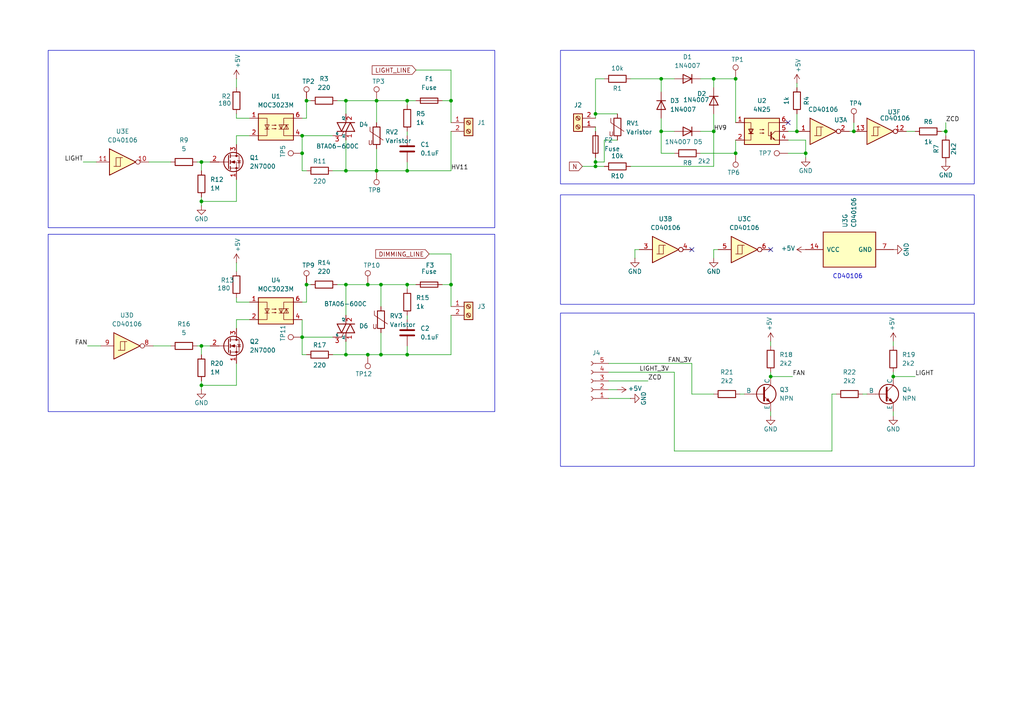
<source format=kicad_sch>
(kicad_sch (version 20250114) (generator "eeschema") (generator_version "9.0")
  (paper "A4")
  (title_block (title "Dimmer PCB") (date "2025-12-28") (rev "V0"))
  (lib_symbols
    (symbol "74xx:74HC14" (pin_names (offset 1.016))
      (property "Reference" "U" (at 0 1.27 0))
      (property "Value" "74HC14" (at 0 -1.27 0))
      (symbol "74HC14_1_0"
        (pin input line (at -7.62 0 0) (length 3.81) (name "~") (number "1"))
        (pin output inverted (at 7.62 0 180) (length 3.81) (name "~") (number "2"))
      )
      (symbol "74HC14_2_0"
        (pin input line (at -7.62 0 0) (length 3.81) (name "~") (number "3"))
        (pin output inverted (at 7.62 0 180) (length 3.81) (name "~") (number "4"))
      )
      (symbol "74HC14_3_0"
        (pin input line (at -7.62 0 0) (length 3.81) (name "~") (number "5"))
        (pin output inverted (at 7.62 0 180) (length 3.81) (name "~") (number "6"))
      )
      (symbol "74HC14_4_0"
        (pin input line (at -7.62 0 0) (length 3.81) (name "~") (number "9"))
        (pin output inverted (at 7.62 0 180) (length 3.81) (name "~") (number "8"))
      )
      (symbol "74HC14_5_0"
        (pin input line (at -7.62 0 0) (length 3.81) (name "~") (number "11"))
        (pin output inverted (at 7.62 0 180) (length 3.81) (name "~") (number "10"))
      )
      (symbol "74HC14_6_0"
        (pin input line (at -7.62 0 0) (length 3.81) (name "~") (number "13"))
        (pin output inverted (at 7.62 0 180) (length 3.81) (name "~") (number "12"))
      )
      (symbol "74HC14_7_0"
        (pin power_in line (at 0 12.7 270) (length 5.08) (name "VCC") (number "14"))
        (pin power_in line (at 0 -12.7 90) (length 5.08) (name "GND") (number "7"))
      )
    )
    (symbol "Connector:Conn_01x05_Socket" (pin_names (offset 1.016) (hide yes))
      (property "Reference" "J" (at 0 7.62 0))
      (property "Value" "Conn_01x05_Socket" (at 0 -7.62 0))
      (symbol "Conn_01x05_Socket_1_1"
        (pin passive line (at -5.08 5.08 0) (length 3.81) (name "Pin_1") (number "1"))
        (pin passive line (at -5.08 2.54 0) (length 3.81) (name "Pin_2") (number "2"))
        (pin passive line (at -5.08 0 0) (length 3.81) (name "Pin_3") (number "3"))
        (pin passive line (at -5.08 -2.54 0) (length 3.81) (name "Pin_4") (number "4"))
        (pin passive line (at -5.08 -5.08 0) (length 3.81) (name "Pin_5") (number "5"))
      )
    )
    (symbol "Connector:Screw_Terminal_01x02" (pin_names (offset 1.016) (hide yes))
      (property "Reference" "J" (at 0 2.54 0))
      (property "Value" "Screw_Terminal_01x02" (at 0 -5.08 0))
      (symbol "Screw_Terminal_01x02_1_1"
        (pin passive line (at -5.08 0 0) (length 3.81) (name "Pin_1") (number "1"))
        (pin passive line (at -5.08 -2.54 0) (length 3.81) (name "Pin_2") (number "2"))
      )
    )
    (symbol "Connector:TestPoint" (pin_numbers (hide yes)) (pin_names (offset 0.762) (hide yes))
      (property "Reference" "TP" (at 0 6.858 0))
      (property "Value" "TestPoint" (at 0 5.08 0))
      (symbol "TestPoint_1_1"
        (pin passive line (at 0 0 90) (length 2.54) (name "1") (number "1"))
      )
    )
    (symbol "Device:C" (pin_numbers (hide yes)) (pin_names (offset 0.254))
      (property "Reference" "C" (at 0.635 2.54 0))
      (property "Value" "C" (at 0.635 -2.54 0))
      (symbol "C_1_1"
        (pin passive line (at 0 3.81 270) (length 2.794) (name "~") (number "1"))
        (pin passive line (at 0 -3.81 90) (length 2.794) (name "~") (number "2"))
      )
    )
    (symbol "Device:Fuse" (pin_numbers (hide yes)) (pin_names (offset 0))
      (property "Reference" "F" (at 2.032 0 90))
      (property "Value" "Fuse" (at -1.905 0 90))
      (symbol "Fuse_1_1"
        (pin passive line (at 0 3.81 270) (length 1.27) (name "~") (number "1"))
        (pin passive line (at 0 -3.81 90) (length 1.27) (name "~") (number "2"))
      )
    )
    (symbol "Device:R" (pin_numbers (hide yes)) (pin_names (offset 0))
      (property "Reference" "R" (at 2.032 0 90))
      (property "Value" "R" (at 0 0 90))
      (symbol "R_1_1"
        (pin passive line (at 0 3.81 270) (length 1.27) (name "~") (number "1"))
        (pin passive line (at 0 -3.81 90) (length 1.27) (name "~") (number "2"))
      )
    )
    (symbol "Device:Varistor" (pin_numbers (hide yes)) (pin_names (offset 0))
      (property "Reference" "RV" (at 3.175 0 90))
      (property "Value" "Varistor" (at -3.175 0 90))
      (symbol "Varistor_0_0"
        (text "U" (at -1.778 -2.032 0) (effects (font (size 1.27 1.27))))
      )
      (symbol "Varistor_1_1"
        (pin passive line (at 0 3.81 270) (length 1.27) (name "~") (number "1"))
        (pin passive line (at 0 -3.81 90) (length 1.27) (name "~") (number "2"))
      )
    )
    (symbol "Diode:1N4007" (pin_numbers (hide yes)) (pin_names (hide yes))
      (property "Reference" "D" (at 0 2.54 0))
      (property "Value" "1N4007" (at 0 -2.54 0))
      (symbol "1N4007_1_1"
        (pin passive line (at -3.81 0 0) (length 2.54) (name "K") (number "1"))
        (pin passive line (at 3.81 0 180) (length 2.54) (name "A") (number "2"))
      )
    )
    (symbol "Isolator:4N25" (pin_names (offset 1.016))
      (property "Reference" "U" (at -5.08 5.08 0))
      (property "Value" "4N25" (at 0 5.08 0))
      (symbol "4N25_1_1"
        (pin passive line (at -7.62 2.54 0) (length 2.54) (name "~") (number "1"))
        (pin passive line (at -7.62 -2.54 0) (length 2.54) (name "~") (number "2"))
        (pin no_connect line (at -5.08 0 0) (length 2.54) (hide yes) (name "NC") (number "3"))
        (pin passive line (at 7.62 2.54 180) (length 2.54) (name "~") (number "6"))
        (pin passive line (at 7.62 0 180) (length 2.54) (name "~") (number "5"))
        (pin passive line (at 7.62 -2.54 180) (length 2.54) (name "~") (number "4"))
      )
    )
    (symbol "Relay_SolidState:MOC3023M"
      (property "Reference" "U" (at -5.334 4.826 0))
      (property "Value" "MOC3023M" (at 0 5.08 0))
      (symbol "MOC3023M_1_1"
        (pin passive line (at -7.62 2.54 0) (length 2.54) (name "~") (number "1"))
        (pin passive line (at -7.62 -2.54 0) (length 2.54) (name "~") (number "2"))
        (pin no_connect line (at -5.08 0 0) (length 2.54) (hide yes) (name "NC") (number "3"))
        (pin no_connect line (at 5.08 0 180) (length 2.54) (hide yes) (name "NC") (number "5"))
        (pin passive line (at 7.62 2.54 180) (length 2.54) (name "~") (number "6"))
        (pin passive line (at 7.62 -2.54 180) (length 2.54) (name "~") (number "4"))
      )
    )
    (symbol "Simulation_SPICE:NPN" (pin_numbers (hide yes)) (pin_names (offset 0))
      (property "Reference" "Q" (at -2.54 7.62 0))
      (property "Value" "NPN" (at -2.54 5.08 0))
      (symbol "NPN_1_1"
        (pin input line (at -5.08 0 0) (length 2.54) (name "B") (number "2"))
        (pin open_collector line (at 2.54 5.08 270) (length 2.54) (name "C") (number "1"))
        (pin open_emitter line (at 2.54 -5.08 90) (length 2.54) (name "E") (number "3"))
      )
    )
    (symbol "Transistor_FET:2N7000" (pin_names (hide yes))
      (property "Reference" "Q" (at 5.08 1.905 0))
      (property "Value" "2N7000" (at 5.08 0 0))
      (symbol "2N7000_1_1"
        (pin input line (at -5.08 0 0) (length 2.54) (name "G") (number "2"))
        (pin passive line (at 2.54 5.08 270) (length 2.54) (name "D") (number "3"))
        (pin passive line (at 2.54 -5.08 90) (length 2.54) (name "S") (number "1"))
      )
    )
    (symbol "Triac_Thyristor:Generic_Triac_A1A2G" (pin_names (offset 0))
      (property "Reference" "D" (at 3.175 0.635 0))
      (property "Value" "Generic_Triac_A1A2G" (at 3.175 -1.27 0))
      (symbol "Generic_Triac_A1A2G_1_1"
        (pin input line (at -3.81 -2.54 0) (length 2.54) (name "G") (number "3"))
        (pin passive line (at 0 3.81 270) (length 2.54) (name "A2") (number "2"))
        (pin passive line (at 0 -3.81 90) (length 2.54) (name "A1") (number "1"))
      )
    )
    (symbol "power:+5V" (power) (pin_numbers (hide yes)) (pin_names (offset 0) (hide yes))
      (property "Value" "+5V" (at 0 3.556 0))
      (symbol "+5V_1_1"
        (pin power_in line (at 0 0 90) (length 0) (name "~") (number "1"))
      )
    )
    (symbol "power:GND" (power) (pin_numbers (hide yes)) (pin_names (offset 0) (hide yes))
      (property "Value" "GND" (at 0 -3.81 0))
      (symbol "GND_1_1"
        (pin power_in line (at 0 0 270) (length 0) (name "~") (number "1"))
      )
    )
  )
  (rectangle (start 13.97 67.945) (end 143.51 119.38))
  (rectangle (start 13.97 14.605) (end 143.51 66.04))
  (rectangle (start 162.56 14.605) (end 282.575 53.34))
  (rectangle (start 162.56 90.805) (end 282.575 135.255))
  (rectangle (start 162.56 56.515) (end 282.575 88.265))
  (text "CD40106" (at 245.872 80.264 0) (effects (font (size 1.27 1.27))))
  (junction (at 106.68 102.87))
  (junction (at 191.77 38.1))
  (junction (at 58.42 111.76))
  (junction (at 207.01 38.1))
  (junction (at 87.63 97.79))
  (junction (at 231.14 38.1))
  (junction (at 118.11 82.55))
  (junction (at 100.33 49.53))
  (junction (at 130.81 29.21))
  (junction (at 100.33 29.21))
  (junction (at 87.63 44.45))
  (junction (at 247.65 38.1))
  (junction (at 88.9 29.21))
  (junction (at 233.68 44.45))
  (junction (at 223.52 109.22))
  (junction (at 58.42 46.99))
  (junction (at 118.11 49.53))
  (junction (at 118.11 102.87))
  (junction (at 88.9 82.55))
  (junction (at 172.72 48.26))
  (junction (at 87.63 39.37))
  (junction (at 118.11 29.21))
  (junction (at 100.33 102.87))
  (junction (at 109.22 29.21))
  (junction (at 109.22 49.53))
  (junction (at 58.42 58.42))
  (junction (at 100.33 82.55))
  (junction (at 274.32 38.1))
  (junction (at 259.08 109.22))
  (junction (at 172.72 46.99))
  (junction (at 207.01 22.86))
  (junction (at 58.42 100.33))
  (junction (at 110.49 102.87))
  (junction (at 130.81 82.55))
  (junction (at 213.36 22.86))
  (junction (at 213.36 44.45))
  (junction (at 106.68 82.55))
  (junction (at 172.72 33.02))
  (junction (at 191.77 22.86))
  (junction (at 110.49 82.55))
  (no_connect (at 223.52 72.39))
  (no_connect (at 200.66 72.39))
  (no_connect (at 228.6 35.56))
  (wire (pts (xy 195.58 107.95) (xy 176.53 107.95)))
  (wire (pts (xy 130.81 88.9) (xy 130.81 82.55)))
  (wire (pts (xy 87.63 97.79) (xy 87.63 92.71)))
  (wire (pts (xy 273.05 38.1) (xy 274.32 38.1)))
  (wire (pts (xy 191.77 44.45) (xy 195.58 44.45)))
  (wire (pts (xy 68.58 34.29) (xy 72.39 34.29)))
  (wire (pts (xy 88.9 49.53) (xy 87.63 49.53)))
  (wire (pts (xy 182.88 115.57) (xy 176.53 115.57)))
  (wire (pts (xy 207.01 72.39) (xy 207.01 74.93)))
  (wire (pts (xy 182.88 48.26) (xy 207.01 48.26)))
  (wire (pts (xy 118.11 46.99) (xy 118.11 49.53)))
  (wire (pts (xy 191.77 34.29) (xy 191.77 38.1)))
  (wire (pts (xy 109.22 43.18) (xy 109.22 49.53)))
  (wire (pts (xy 88.9 87.63) (xy 88.9 82.55)))
  (wire (pts (xy 58.42 102.87) (xy 58.42 100.33)))
  (wire (pts (xy 130.81 91.44) (xy 130.81 102.87)))
  (wire (pts (xy 124.46 73.66) (xy 130.81 73.66)))
  (wire (pts (xy 191.77 44.45) (xy 191.77 38.1)))
  (wire (pts (xy 97.79 82.55) (xy 100.33 82.55)))
  (wire (pts (xy 100.33 49.53) (xy 109.22 49.53)))
  (wire (pts (xy 179.07 40.64) (xy 175.26 40.64)))
  (wire (pts (xy 228.6 44.45) (xy 233.68 44.45)))
  (wire (pts (xy 231.14 33.02) (xy 231.14 38.1)))
  (wire (pts (xy 195.58 107.95) (xy 195.58 130.81)))
  (wire (pts (xy 57.15 100.33) (xy 58.42 100.33)))
  (wire (pts (xy 58.42 110.49) (xy 58.42 111.76)))
  (wire (pts (xy 87.63 34.29) (xy 88.9 34.29)))
  (wire (pts (xy 200.66 105.41) (xy 200.66 114.3)))
  (wire (pts (xy 58.42 100.33) (xy 60.96 100.33)))
  (wire (pts (xy 110.49 82.55) (xy 118.11 82.55)))
  (wire (pts (xy 130.81 20.32) (xy 130.81 29.21)))
  (wire (pts (xy 184.15 72.39) (xy 185.42 72.39)))
  (wire (pts (xy 130.81 102.87) (xy 118.11 102.87)))
  (wire (pts (xy 100.33 29.21) (xy 100.33 33.02)))
  (wire (pts (xy 96.52 102.87) (xy 100.33 102.87)))
  (wire (pts (xy 87.63 39.37) (xy 87.63 44.45)))
  (wire (pts (xy 68.58 22.86) (xy 68.58 25.4)))
  (wire (pts (xy 223.52 109.22) (xy 229.87 109.22)))
  (wire (pts (xy 176.53 113.03) (xy 179.07 113.03)))
  (wire (pts (xy 88.9 102.87) (xy 87.63 102.87)))
  (wire (pts (xy 213.36 35.56) (xy 213.36 22.86)))
  (wire (pts (xy 233.68 44.45) (xy 233.68 45.72)))
  (wire (pts (xy 274.32 38.1) (xy 274.32 39.37)))
  (wire (pts (xy 88.9 82.55) (xy 90.17 82.55)))
  (wire (pts (xy 87.63 97.79) (xy 96.52 97.79)))
  (wire (pts (xy 58.42 49.53) (xy 58.42 46.99)))
  (wire (pts (xy 187.96 110.49) (xy 176.53 110.49)))
  (wire (pts (xy 118.11 83.82) (xy 118.11 82.55)))
  (wire (pts (xy 100.33 40.64) (xy 100.33 49.53)))
  (wire (pts (xy 130.81 49.53) (xy 118.11 49.53)))
  (wire (pts (xy 25.4 100.33) (xy 29.21 100.33)))
  (wire (pts (xy 106.68 102.87) (xy 110.49 102.87)))
  (wire (pts (xy 44.45 100.33) (xy 49.53 100.33)))
  (wire (pts (xy 68.58 105.41) (xy 68.58 111.76)))
  (wire (pts (xy 110.49 82.55) (xy 110.49 88.9)))
  (wire (pts (xy 241.3 114.3) (xy 242.57 114.3)))
  (wire (pts (xy 195.58 130.81) (xy 241.3 130.81)))
  (wire (pts (xy 207.01 33.02) (xy 207.01 38.1)))
  (wire (pts (xy 68.58 92.71) (xy 72.39 92.71)))
  (wire (pts (xy 262.89 38.1) (xy 265.43 38.1)))
  (wire (pts (xy 87.63 87.63) (xy 88.9 87.63)))
  (wire (pts (xy 68.58 39.37) (xy 72.39 39.37)))
  (wire (pts (xy 213.36 22.86) (xy 207.01 22.86)))
  (wire (pts (xy 223.52 119.38) (xy 223.52 120.65)))
  (wire (pts (xy 120.65 29.21) (xy 118.11 29.21)))
  (wire (pts (xy 259.08 119.38) (xy 259.08 120.65)))
  (wire (pts (xy 203.2 44.45) (xy 213.36 44.45)))
  (wire (pts (xy 109.22 49.53) (xy 118.11 49.53)))
  (wire (pts (xy 130.81 35.56) (xy 130.81 29.21)))
  (wire (pts (xy 58.42 57.15) (xy 58.42 58.42)))
  (wire (pts (xy 87.63 102.87) (xy 87.63 97.79)))
  (wire (pts (xy 68.58 39.37) (xy 68.58 41.91)))
  (wire (pts (xy 233.68 40.64) (xy 233.68 44.45)))
  (wire (pts (xy 118.11 38.1) (xy 118.11 39.37)))
  (wire (pts (xy 191.77 22.86) (xy 191.77 26.67)))
  (wire (pts (xy 182.88 22.86) (xy 191.77 22.86)))
  (wire (pts (xy 43.18 46.99) (xy 49.53 46.99)))
  (wire (pts (xy 96.52 49.53) (xy 100.33 49.53)))
  (wire (pts (xy 191.77 38.1) (xy 195.58 38.1)))
  (wire (pts (xy 57.15 46.99) (xy 58.42 46.99)))
  (wire (pts (xy 223.52 107.95) (xy 223.52 109.22)))
  (wire (pts (xy 172.72 36.83) (xy 172.72 38.1)))
  (wire (pts (xy 58.42 111.76) (xy 68.58 111.76)))
  (wire (pts (xy 172.72 45.72) (xy 172.72 46.99)))
  (wire (pts (xy 120.65 82.55) (xy 118.11 82.55)))
  (wire (pts (xy 130.81 38.1) (xy 130.81 49.53)))
  (wire (pts (xy 191.77 22.86) (xy 195.58 22.86)))
  (wire (pts (xy 118.11 100.33) (xy 118.11 102.87)))
  (wire (pts (xy 24.13 46.99) (xy 27.94 46.99)))
  (wire (pts (xy 68.58 76.2) (xy 68.58 78.74)))
  (wire (pts (xy 172.72 33.02) (xy 179.07 33.02)))
  (wire (pts (xy 100.33 102.87) (xy 106.68 102.87)))
  (wire (pts (xy 130.81 82.55) (xy 128.27 82.55)))
  (wire (pts (xy 130.81 29.21) (xy 128.27 29.21)))
  (wire (pts (xy 100.33 82.55) (xy 100.33 91.44)))
  (wire (pts (xy 175.26 46.99) (xy 172.72 46.99)))
  (wire (pts (xy 100.33 82.55) (xy 106.68 82.55)))
  (wire (pts (xy 87.63 39.37) (xy 96.52 39.37)))
  (wire (pts (xy 207.01 38.1) (xy 203.2 38.1)))
  (wire (pts (xy 207.01 22.86) (xy 207.01 25.4)))
  (wire (pts (xy 68.58 87.63) (xy 72.39 87.63)))
  (wire (pts (xy 207.01 48.26) (xy 207.01 38.1)))
  (wire (pts (xy 250.19 114.3) (xy 251.46 114.3)))
  (wire (pts (xy 246.38 38.1) (xy 247.65 38.1)))
  (wire (pts (xy 68.58 33.02) (xy 68.58 34.29)))
  (wire (pts (xy 228.6 40.64) (xy 233.68 40.64)))
  (wire (pts (xy 228.6 38.1) (xy 231.14 38.1)))
  (wire (pts (xy 88.9 34.29) (xy 88.9 29.21)))
  (wire (pts (xy 259.08 109.22) (xy 265.43 109.22)))
  (wire (pts (xy 176.53 105.41) (xy 200.66 105.41)))
  (wire (pts (xy 214.63 114.3) (xy 215.9 114.3)))
  (wire (pts (xy 184.15 72.39) (xy 184.15 74.93)))
  (wire (pts (xy 58.42 111.76) (xy 58.42 113.03)))
  (wire (pts (xy 87.63 44.45) (xy 87.63 49.53)))
  (wire (pts (xy 175.26 40.64) (xy 175.26 46.99)))
  (wire (pts (xy 172.72 46.99) (xy 172.72 48.26)))
  (wire (pts (xy 118.11 30.48) (xy 118.11 29.21)))
  (wire (pts (xy 88.9 29.21) (xy 90.17 29.21)))
  (wire (pts (xy 241.3 130.81) (xy 241.3 114.3)))
  (wire (pts (xy 207.01 72.39) (xy 208.28 72.39)))
  (wire (pts (xy 100.33 99.06) (xy 100.33 102.87)))
  (wire (pts (xy 213.36 44.45) (xy 213.36 40.64)))
  (wire (pts (xy 68.58 92.71) (xy 68.58 95.25)))
  (wire (pts (xy 172.72 22.86) (xy 175.26 22.86)))
  (wire (pts (xy 97.79 29.21) (xy 100.33 29.21)))
  (wire (pts (xy 130.81 73.66) (xy 130.81 82.55)))
  (wire (pts (xy 110.49 102.87) (xy 118.11 102.87)))
  (wire (pts (xy 110.49 96.52) (xy 110.49 102.87)))
  (wire (pts (xy 274.32 38.1) (xy 274.32 35.56)))
  (wire (pts (xy 118.11 91.44) (xy 118.11 92.71)))
  (wire (pts (xy 172.72 48.26) (xy 175.26 48.26)))
  (wire (pts (xy 172.72 22.86) (xy 172.72 33.02)))
  (wire (pts (xy 106.68 82.55) (xy 110.49 82.55)))
  (wire (pts (xy 58.42 46.99) (xy 60.96 46.99)))
  (wire (pts (xy 247.65 35.56) (xy 247.65 38.1)))
  (wire (pts (xy 172.72 33.02) (xy 172.72 34.29)))
  (wire (pts (xy 200.66 114.3) (xy 207.01 114.3)))
  (wire (pts (xy 68.58 52.07) (xy 68.58 58.42)))
  (wire (pts (xy 231.14 24.13) (xy 231.14 25.4)))
  (wire (pts (xy 100.33 29.21) (xy 109.22 29.21)))
  (wire (pts (xy 109.22 29.21) (xy 118.11 29.21)))
  (wire (pts (xy 120.65 20.32) (xy 130.81 20.32)))
  (wire (pts (xy 58.42 58.42) (xy 68.58 58.42)))
  (wire (pts (xy 203.2 22.86) (xy 207.01 22.86)))
  (wire (pts (xy 109.22 29.21) (xy 109.22 35.56)))
  (wire (pts (xy 68.58 86.36) (xy 68.58 87.63)))
  (wire (pts (xy 259.08 99.06) (xy 259.08 100.33)))
  (wire (pts (xy 168.91 48.26) (xy 172.72 48.26)))
  (wire (pts (xy 223.52 99.06) (xy 223.52 100.33)))
  (wire (pts (xy 259.08 107.95) (xy 259.08 109.22)))
  (wire (pts (xy 58.42 58.42) (xy 58.42 59.69)))
  (label "ZCD" (at 274.32 35.56 0))
  (label "FAN_3V" (at 193.675 105.41 0))
  (label "HV11" (at 130.81 49.53 0))
  (label "HV9" (at 207.01 38.1 0))
  (label "LIGHT_3V" (at 185.42 107.95 0))
  (label "ZCD" (at 187.96 110.49 0))
  (label "FAN" (at 25.4 100.33 180))
  (label "LIGHT" (at 24.13 46.99 180))
  (label "FAN" (at 229.87 109.22 0))
  (label "LIGHT" (at 265.43 109.22 0))
  (global_label "DIMMING_LINE" (shape input) (at 124.46 73.66 180) (property "Intersheetrefs" "${INTERSHEET_REFS}" (effects (hide yes))))
  (global_label "LIGHT_LINE" (shape input) (at 120.65 20.32 180) (property "Intersheetrefs" "${INTERSHEET_REFS}" (effects (hide yes))))
  (global_label "N" (shape input) (at 168.91 48.26 180) (property "Intersheetrefs" "${INTERSHEET_REFS}" (effects (hide yes))))
  (symbol (lib_id "Device:Varistor") (at 179.07 36.83 0) (unit 1)
    (property "Reference" "RV1" (at 181.61 35.7532 0) (effects (justify left)))
    (property "Value" "Varistor" (at 181.61 38.2932 0) (effects (justify left)))
    (property "Footprint" "Varistor:RV_Disc_D15.5mm_W4.2mm_P7.5mm" (effects (hide yes)))
    (property "Description" "VARISTOR 14mm 14N681K" (effects (hide yes)))
    (property "Sim.Name" "kicad_builtin_varistor" (effects (hide yes)))
    (property "Sim.Device" "SUBCKT" (effects (hide yes)))
    (property "Sim.Pins" "1=A 2=B" (effects (hide yes)))
    (property "Sim.Params" "threshold=1k" (effects (hide yes)))
    (property "Sim.Library" "${KICAD9_SYMBOL_DIR}/Simulation_SPICE.sp" (effects (hide yes)))
  )
  (symbol (lib_id "Device:R") (at 118.11 87.63 180) (unit 1)
    (property "Reference" "R15" (at 120.65 86.3599 0) (effects (justify right)))
    (property "Value" "1k" (at 120.65 88.8999 0) (effects (justify right)))
    (property "Footprint" "Resistor_THT:R_Axial_DIN0614_L14.3mm_D5.7mm_P15.24mm_Horizontal" (effects (hide yes)))
    (property "Description" "METALFILM 1K 3W" (effects (hide yes)))
  )
  (symbol (lib_id "power:+5V") (at 231.14 24.13 0) (unit 1)
    (property "Reference" "#PWR02" (effects (hide yes)))
    (property "Value" "+5V" (at 231.4956 21.082 90) (effects (justify left)))
    (property "Description" "Power symbol creates a global label with name \"+5V\"" (effects (hide yes)))
  )
  (symbol (lib_id "Connector:Screw_Terminal_01x02") (at 135.89 35.56 0) (unit 1)
    (property "Reference" "J1" (at 138.43 35.5599 0) (effects (justify left)))
    (property "Value" "Screw_Terminal_01x02" (effects (hide yes)))
    (property "Footprint" "TerminalBlock_Phoenix:TerminalBlock_Phoenix_MKDS-1,5-2-5.08_1x02_P5.08mm_Horizontal" (effects (hide yes)))
    (property "Description" "Borneras de 2 terminales" (effects (hide yes)))
  )
  (symbol (lib_id "74xx:74HC14") (at 238.76 38.1 0) (unit 1)
    (property "Reference" "U3" (at 243.84 34.798 0))
    (property "Value" "CD40106" (at 238.76 31.75 0))
    (property "Footprint" "Package_DIP:DIP-14_W7.62mm_Socket_LongPads" (effects (hide yes)))
    (property "Datasheet" "http://www.ti.com/lit/gpn/sn74HC14" (effects (hide yes)))
    (property "Description" "Hex inverter schmitt trigger" (effects (hide yes)))
  )
  (symbol (lib_id "Device:R") (at 92.71 102.87 90) (unit 1)
    (property "Reference" "R17" (at 92.71 100.076 90))
    (property "Value" "220" (at 92.71 105.918 90))
    (property "Footprint" "Resistor_THT:R_Axial_DIN0204_L3.6mm_D1.6mm_P7.62mm_Horizontal" (effects (hide yes)))
    (property "Description" "Resistor 220 1/2W" (effects (hide yes)))
  )
  (symbol (lib_id "power:+5V") (at 68.58 22.86 0) (unit 1)
    (property "Reference" "#PWR01" (effects (hide yes)))
    (property "Value" "+5V" (at 68.9356 19.812 90) (effects (justify left)))
    (property "Description" "Power symbol creates a global label with name \"+5V\"" (effects (hide yes)))
  )
  (symbol (lib_id "Connector:TestPoint") (at 213.36 22.86 0) (unit 1)
    (property "Reference" "TP1" (at 212.09 17.272 0) (effects (justify left)))
    (property "Value" "TestPoint" (effects (hide yes)))
    (property "Footprint" "Connector_PinHeader_2.54mm:PinHeader_1x01_P2.54mm_Vertical" (effects (hide yes)))
    (property "Description" "test point" (effects (hide yes)))
  )
  (symbol (lib_id "Device:R") (at 274.32 43.18 180) (unit 1)
    (property "Reference" "R7" (at 271.526 43.18 90))
    (property "Value" "2k2" (at 276.606 43.18 90))
    (property "Footprint" "Resistor_THT:R_Axial_DIN0207_L6.3mm_D2.5mm_P7.62mm_Horizontal" (effects (hide yes)))
    (property "Description" "Resistor 1k 1/4W" (effects (hide yes)))
  )
  (symbol (lib_id "Connector:TestPoint") (at 87.63 97.79 90) (unit 1)
    (property "Reference" "TP11" (at 82.042 99.06 0) (effects (justify left)))
    (property "Value" "TestPoint" (effects (hide yes)))
    (property "Footprint" "Connector_PinHeader_2.54mm:PinHeader_1x01_P2.54mm_Vertical" (effects (hide yes)))
    (property "Description" "test point" (effects (hide yes)))
  )
  (symbol (lib_id "Relay_SolidState:MOC3023M") (at 80.01 36.83 0) (unit 1)
    (property "Reference" "U1" (at 80.01 27.94 0))
    (property "Value" "MOC3023M" (at 80.01 30.48 0))
    (property "Footprint" "Package_DIP:DIP-6_W7.62mm_Socket_LongPads" (effects (hide yes)))
    (property "Datasheet" "https://www.onsemi.com/pub/Collateral/MOC3023M-D.PDF" (effects (hide yes)))
    (property "Description" "Random Phase Opto-Triac, Vdrm 400V, Ift 5mA, DIP6" (effects (hide yes)))
  )
  (symbol (lib_id "Transistor_FET:2N7000") (at 66.04 100.33 0) (unit 1)
    (property "Reference" "Q2" (at 72.39 99.0599 0) (effects (justify left)))
    (property "Value" "2N7000" (at 72.39 101.5999 0) (effects (justify left)))
    (property "Footprint" "Package_TO_SOT_THT:TO-92_Wide" (effects (hide yes)))
    (property "Datasheet" "https://www.vishay.com/docs/70226/70226.pdf" (effects (hide yes)))
    (property "Description" "0.2A Id, 200V Vds, N-Channel MOSFET, 2.6V Logic Level, TO-92" (effects (hide yes)))
  )
  (symbol (lib_id "Device:C") (at 118.11 43.18 0) (unit 1)
    (property "Reference" "C1" (at 121.92 41.9099 0) (effects (justify left)))
    (property "Value" "0.1uF" (at 121.92 44.4499 0) (effects (justify left)))
    (property "Footprint" "Capacitor_THT:C_Rect_L18.0mm_W9.0mm_P15.00mm_FKS3_FKP3" (effects (hide yes)))
    (property "Description" "Capacitor poliester 2000 V" (effects (hide yes)))
  )
  (symbol (lib_id "Device:R") (at 68.58 82.55 0) (unit 1)
    (property "Reference" "R13" (at 64.008 81.28 0) (effects (justify left)))
    (property "Value" "180" (at 62.992 83.566 0) (effects (justify left)))
    (property "Footprint" "Resistor_THT:R_Axial_DIN0204_L3.6mm_D1.6mm_P7.62mm_Horizontal" (effects (hide yes)))
    (property "Description" "Resistor 180 1/4W" (effects (hide yes)))
  )
  (symbol (lib_id "74xx:74HC14") (at 193.04 72.39 0) (unit 2)
    (property "Reference" "U3" (at 193.04 63.5 0))
    (property "Value" "CD40106" (at 193.04 66.04 0))
    (property "Footprint" "Package_DIP:DIP-14_W7.62mm_Socket_LongPads" (effects (hide yes)))
    (property "Datasheet" "http://www.ti.com/lit/gpn/sn74HC14" (effects (hide yes)))
    (property "Description" "Hex inverter schmitt trigger" (effects (hide yes)))
  )
  (symbol (lib_id "power:GND") (at 58.42 59.69 0) (unit 1)
    (property "Reference" "#PWR05" (effects (hide yes)))
    (property "Value" "GND" (at 58.42 63.5 0))
    (property "Description" "Power symbol creates a global label with name \"GND\" , ground" (effects (hide yes)))
  )
  (symbol (lib_id "Device:R") (at 53.34 46.99 90) (unit 1)
    (property "Reference" "R9" (at 53.34 40.64 90))
    (property "Value" "5" (at 53.34 43.18 90))
    (property "Footprint" "Resistor_THT:R_Axial_DIN0204_L3.6mm_D1.6mm_P7.62mm_Horizontal" (effects (hide yes)))
    (property "Description" "Resistor 1/4 W" (effects (hide yes)))
  )
  (symbol (lib_id "Device:R") (at 179.07 48.26 270) (unit 1)
    (property "Reference" "R10" (at 179.07 51.054 90))
    (property "Value" "10k" (at 179.07 45.212 90))
    (property "Footprint" "Resistor_THT:R_Axial_DIN0516_L15.5mm_D5.0mm_P20.32mm_Horizontal" (effects (hide yes)))
    (property "Description" "Resistor 10k 3W" (effects (hide yes)))
  )
  (symbol (lib_id "Connector:Conn_01x05_Socket") (at 171.45 110.49 180) (unit 1)
    (property "Reference" "J4" (at 172.974 102.362 0))
    (property "Value" "Conn_01x05_Socket" (effects (hide yes)))
    (property "Footprint" "Connector_PinHeader_2.54mm:PinHeader_1x05_P2.54mm_Vertical" (effects (hide yes)))
    (property "Description" "Tira de pines macho en ángulo" (effects (hide yes)))
  )
  (symbol (lib_id "Device:R") (at 223.52 104.14 180) (unit 1)
    (property "Reference" "R18" (at 226.06 102.8699 0) (effects (justify right)))
    (property "Value" "2k2" (at 226.06 105.4099 0) (effects (justify right)))
    (property "Footprint" "Resistor_THT:R_Axial_DIN0207_L6.3mm_D2.5mm_P7.62mm_Horizontal" (effects (hide yes)))
    (property "Description" "Resistor 220 1/2W" (effects (hide yes)))
  )
  (symbol (lib_id "74xx:74HC14") (at 246.38 72.39 90) (unit 7)
    (property "Reference" "U3" (at 245.1099 66.04 0) (effects (justify left)))
    (property "Value" "CD40106" (at 247.6499 66.04 0) (effects (justify left)))
    (property "Footprint" "Package_DIP:DIP-14_W7.62mm_Socket_LongPads" (effects (hide yes)))
    (property "Datasheet" "http://www.ti.com/lit/gpn/sn74HC14" (effects (hide yes)))
    (property "Description" "Hex inverter schmitt trigger" (effects (hide yes)))
  )
  (symbol (lib_id "Connector:Screw_Terminal_01x02") (at 135.89 88.9 0) (unit 1)
    (property "Reference" "J3" (at 138.43 88.8999 0) (effects (justify left)))
    (property "Value" "Screw_Terminal_01x02" (effects (hide yes)))
    (property "Footprint" "TerminalBlock_Phoenix:TerminalBlock_Phoenix_MKDS-1,5-2-5.08_1x02_P5.08mm_Horizontal" (effects (hide yes)))
    (property "Description" "Borneras de 2 terminales" (effects (hide yes)))
  )
  (symbol (lib_id "Connector:TestPoint") (at 109.22 49.53 180) (unit 1)
    (property "Reference" "TP8" (at 110.49 55.118 0) (effects (justify left)))
    (property "Value" "TestPoint" (effects (hide yes)))
    (property "Footprint" "Connector_PinHeader_2.54mm:PinHeader_1x01_P2.54mm_Vertical" (effects (hide yes)))
    (property "Description" "test point" (effects (hide yes)))
  )
  (symbol (lib_id "power:GND") (at 259.08 72.39 90) (unit 1)
    (property "Reference" "#PWR07" (effects (hide yes)))
    (property "Value" "GND" (at 262.89 72.39 0))
    (property "Description" "Power symbol creates a global label with name \"GND\" , ground" (effects (hide yes)))
  )
  (symbol (lib_id "Diode:1N4007") (at 191.77 30.48 270) (unit 1)
    (property "Reference" "D3" (at 194.31 29.2099 90) (effects (justify left)))
    (property "Value" "1N4007" (at 194.31 31.7499 90) (effects (justify left)))
    (property "Footprint" "Diode_THT:D_DO-41_SOD81_P10.16mm_Horizontal" (effects (hide yes)))
    (property "Datasheet" "http://www.vishay.com/docs/88503/1n4001.pdf" (effects (hide yes)))
    (property "Description" "1000V 1A General Purpose Rectifier Diode, DO-41" (effects (hide yes)))
    (property "Sim.Device" "D" (effects (hide yes)))
    (property "Sim.Pins" "1=K 2=A" (effects (hide yes)))
  )
  (symbol (lib_id "Device:R") (at 199.39 44.45 270) (unit 1)
    (property "Reference" "R8" (at 199.39 47.244 90))
    (property "Value" "2k2" (at 204.216 46.736 90))
    (property "Footprint" "Resistor_THT:R_Axial_DIN0207_L6.3mm_D2.5mm_P7.62mm_Horizontal" (effects (hide yes)))
    (property "Description" "Resistor 2k 1W" (effects (hide yes)))
  )
  (symbol (lib_id "Diode:1N4007") (at 199.39 38.1 180) (unit 1)
    (property "Reference" "D5" (at 202.438 41.148 0))
    (property "Value" "1N4007" (at 196.596 41.148 0))
    (property "Footprint" "Diode_THT:D_DO-41_SOD81_P10.16mm_Horizontal" (effects (hide yes)))
    (property "Datasheet" "http://www.vishay.com/docs/88503/1n4001.pdf" (effects (hide yes)))
    (property "Description" "1000V 1A General Purpose Rectifier Diode, DO-41" (effects (hide yes)))
    (property "Sim.Device" "D" (effects (hide yes)))
    (property "Sim.Pins" "1=K 2=A" (effects (hide yes)))
  )
  (symbol (lib_id "Connector:TestPoint") (at 247.65 35.56 0) (unit 1)
    (property "Reference" "TP4" (at 246.38 29.972 0) (effects (justify left)))
    (property "Value" "TestPoint" (effects (hide yes)))
    (property "Footprint" "Connector_PinHeader_2.54mm:PinHeader_1x01_P2.54mm_Vertical" (effects (hide yes)))
    (property "Description" "test point" (effects (hide yes)))
  )
  (symbol (lib_id "Device:R") (at 231.14 29.21 0) (unit 1)
    (property "Reference" "R4" (at 233.934 29.21 90))
    (property "Value" "1k" (at 228.092 29.21 90))
    (property "Footprint" "Resistor_THT:R_Axial_DIN0207_L6.3mm_D2.5mm_P7.62mm_Horizontal" (effects (hide yes)))
    (property "Description" "Resistor 1k 1/4W" (effects (hide yes)))
  )
  (symbol (lib_id "Triac_Thyristor:Generic_Triac_A1A2G") (at 100.33 36.83 0) (unit 1)
    (property "Reference" "D4" (at 104.14 36.1314 0) (effects (justify left)))
    (property "Value" "BTA06-600C" (at 91.694 42.418 0) (effects (justify left)))
    (property "Footprint" "Package_TO_SOT_THT:TO-220-3_Vertical" (effects (hide yes)))
    (property "Description" "Triac BTA06-600C" (effects (hide yes)))
  )
  (symbol (lib_id "Device:R") (at 210.82 114.3 270) (unit 1)
    (property "Reference" "R21" (at 210.82 107.95 90))
    (property "Value" "2k2" (at 210.82 110.49 90))
    (property "Footprint" "Resistor_THT:R_Axial_DIN0207_L6.3mm_D2.5mm_P7.62mm_Horizontal" (effects (hide yes)))
    (property "Description" "Resistor 1/4 W" (effects (hide yes)))
  )
  (symbol (lib_id "Connector:TestPoint") (at 106.68 82.55 0) (unit 1)
    (property "Reference" "TP10" (at 105.41 76.962 0) (effects (justify left)))
    (property "Value" "TestPoint" (effects (hide yes)))
    (property "Footprint" "Connector_PinHeader_2.54mm:PinHeader_1x01_P2.54mm_Vertical" (effects (hide yes)))
    (property "Description" "test point" (effects (hide yes)))
  )
  (symbol (lib_id "Device:R") (at 92.71 49.53 90) (unit 1)
    (property "Reference" "R11" (at 92.71 46.736 90))
    (property "Value" "220" (at 92.71 52.578 90))
    (property "Footprint" "Resistor_THT:R_Axial_DIN0204_L3.6mm_D1.6mm_P7.62mm_Horizontal" (effects (hide yes)))
    (property "Description" "Resistor 220 1/2W" (effects (hide yes)))
  )
  (symbol (lib_id "Device:R") (at 68.58 29.21 0) (unit 1)
    (property "Reference" "R2" (at 64.262 27.94 0) (effects (justify left)))
    (property "Value" "180" (at 63.246 29.972 0) (effects (justify left)))
    (property "Footprint" "Resistor_THT:R_Axial_DIN0204_L3.6mm_D1.6mm_P7.62mm_Horizontal" (effects (hide yes)))
    (property "Description" "Resistor 180 1/4W" (effects (hide yes)))
  )
  (symbol (lib_id "Device:Fuse") (at 172.72 41.91 180) (unit 1)
    (property "Reference" "F2" (at 175.26 40.6399 0) (effects (justify right)))
    (property "Value" "Fuse" (at 175.26 43.1799 0) (effects (justify right)))
    (property "Footprint" "Fuse:Fuseholder_Clip-5x20mm_Bel_FC-203-22_Lateral_P17.80x5.00mm_D1.17mm_Horizontal" (effects (hide yes)))
    (property "Description" "CLIP PORTAFUSE 20x5mm H" (effects (hide yes)))
  )
  (symbol (lib_id "Device:R") (at 259.08 104.14 180) (unit 1)
    (property "Reference" "R19" (at 261.62 102.8699 0) (effects (justify right)))
    (property "Value" "2k2" (at 261.62 105.4099 0) (effects (justify right)))
    (property "Footprint" "Resistor_THT:R_Axial_DIN0207_L6.3mm_D2.5mm_P7.62mm_Horizontal" (effects (hide yes)))
    (property "Description" "Resistor 220 1/2W" (effects (hide yes)))
  )
  (symbol (lib_id "power:GND") (at 259.08 120.65 0) (unit 1)
    (property "Reference" "#PWR017" (effects (hide yes)))
    (property "Value" "GND" (at 259.08 124.46 0))
    (property "Description" "Power symbol creates a global label with name \"GND\" , ground" (effects (hide yes)))
  )
  (symbol (lib_id "Device:R") (at 93.98 82.55 90) (unit 1)
    (property "Reference" "R14" (at 93.98 76.2 90))
    (property "Value" "220" (at 93.98 78.74 90))
    (property "Footprint" "Resistor_THT:R_Axial_DIN0204_L3.6mm_D1.6mm_P7.62mm_Horizontal" (effects (hide yes)))
    (property "Description" "Resistor 220 1/2W" (effects (hide yes)))
  )
  (symbol (lib_id "74xx:74HC14") (at 35.56 46.99 0) (unit 5)
    (property "Reference" "U3" (at 35.56 38.1 0))
    (property "Value" "CD40106" (at 35.56 40.64 0))
    (property "Footprint" "Package_DIP:DIP-14_W7.62mm_Socket_LongPads" (effects (hide yes)))
    (property "Datasheet" "http://www.ti.com/lit/gpn/sn74HC14" (effects (hide yes)))
    (property "Description" "Hex inverter schmitt trigger" (effects (hide yes)))
  )
  (symbol (lib_id "Device:Fuse") (at 124.46 29.21 90) (unit 1)
    (property "Reference" "F1" (at 124.46 22.86 90))
    (property "Value" "Fuse" (at 124.46 25.4 90))
    (property "Footprint" "Fuse:Fuseholder_Clip-5x20mm_Bel_FC-203-22_Lateral_P17.80x5.00mm_D1.17mm_Horizontal" (effects (hide yes)))
    (property "Description" "CLIP PORTAFUSE 20x5mm H" (effects (hide yes)))
  )
  (symbol (lib_id "power:GND") (at 223.52 120.65 0) (unit 1)
    (property "Reference" "#PWR016" (effects (hide yes)))
    (property "Value" "GND" (at 223.52 124.46 0))
    (property "Description" "Power symbol creates a global label with name \"GND\" , ground" (effects (hide yes)))
  )
  (symbol (lib_id "Device:Varistor") (at 109.22 39.37 0) (unit 1)
    (property "Reference" "RV2" (at 111.76 38.2932 0) (effects (justify left)))
    (property "Value" "Varistor" (at 111.76 40.8332 0) (effects (justify left)))
    (property "Footprint" "Varistor:RV_Disc_D15.5mm_W4.2mm_P7.5mm" (effects (hide yes)))
    (property "Description" "VARISTOR 14mm 14N681K" (effects (hide yes)))
    (property "Sim.Name" "kicad_builtin_varistor" (effects (hide yes)))
    (property "Sim.Device" "SUBCKT" (effects (hide yes)))
    (property "Sim.Pins" "1=A 2=B" (effects (hide yes)))
    (property "Sim.Params" "threshold=1k" (effects (hide yes)))
    (property "Sim.Library" "${KICAD9_SYMBOL_DIR}/Simulation_SPICE.sp" (effects (hide yes)))
  )
  (symbol (lib_id "Connector:TestPoint") (at 88.9 82.55 0) (unit 1)
    (property "Reference" "TP9" (at 87.63 76.962 0) (effects (justify left)))
    (property "Value" "TestPoint" (effects (hide yes)))
    (property "Footprint" "Connector_PinHeader_2.54mm:PinHeader_1x01_P2.54mm_Vertical" (effects (hide yes)))
    (property "Description" "test point" (effects (hide yes)))
  )
  (symbol (lib_id "Connector:TestPoint") (at 87.63 44.45 90) (unit 1)
    (property "Reference" "TP5" (at 82.042 45.72 0) (effects (justify left)))
    (property "Value" "TestPoint" (effects (hide yes)))
    (property "Footprint" "Connector_PinHeader_2.54mm:PinHeader_1x01_P2.54mm_Vertical" (effects (hide yes)))
    (property "Description" "test point" (effects (hide yes)))
  )
  (symbol (lib_id "Device:R") (at 269.24 38.1 90) (unit 1)
    (property "Reference" "R6" (at 269.24 35.306 90))
    (property "Value" "1k" (at 269.24 41.148 90))
    (property "Footprint" "Resistor_THT:R_Axial_DIN0207_L6.3mm_D2.5mm_P10.16mm_Horizontal" (effects (hide yes)))
    (property "Description" "Resistor 1k 1/4W" (effects (hide yes)))
  )
  (symbol (lib_id "power:GND") (at 207.01 74.93 0) (unit 1)
    (property "Reference" "#PWR09" (effects (hide yes)))
    (property "Value" "GND" (at 207.01 78.74 0))
    (property "Description" "Power symbol creates a global label with name \"GND\" , ground" (effects (hide yes)))
  )
  (symbol (lib_id "Connector:TestPoint") (at 106.68 102.87 180) (unit 1)
    (property "Reference" "TP12" (at 107.95 108.458 0) (effects (justify left)))
    (property "Value" "TestPoint" (effects (hide yes)))
    (property "Footprint" "Connector_PinHeader_2.54mm:PinHeader_1x01_P2.54mm_Vertical" (effects (hide yes)))
    (property "Description" "test point" (effects (hide yes)))
  )
  (symbol (lib_id "power:GND") (at 58.42 113.03 0) (unit 1)
    (property "Reference" "#PWR013" (effects (hide yes)))
    (property "Value" "GND" (at 58.42 116.84 0))
    (property "Description" "Power symbol creates a global label with name \"GND\" , ground" (effects (hide yes)))
  )
  (symbol (lib_id "Isolator:4N25") (at 220.98 38.1 0) (unit 1)
    (property "Reference" "U2" (at 220.98 29.21 0))
    (property "Value" "4N25" (at 220.98 31.75 0))
    (property "Footprint" "Package_DIP:DIP-6_W7.62mm_Socket_LongPads" (effects (hide yes)))
    (property "Datasheet" "https://www.vishay.com/docs/83725/4n25.pdf" (effects (hide yes)))
    (property "Description" "DC Optocoupler Base Connected, Vce 30V, CTR 20%, Viso 2500V, DIP6" (effects (hide yes)))
  )
  (symbol (lib_id "Triac_Thyristor:Generic_Triac_A1A2G") (at 100.33 95.25 0) (unit 1)
    (property "Reference" "D6" (at 104.14 94.5514 0) (effects (justify left)))
    (property "Value" "BTA06-600C" (at 93.98 88.138 0) (effects (justify left)))
    (property "Footprint" "Package_TO_SOT_THT:TO-220-3_Vertical" (effects (hide yes)))
    (property "Description" "Triac BTA06-600C" (effects (hide yes)))
  )
  (symbol (lib_id "power:GND") (at 182.88 115.57 90) (mirror x) (unit 1)
    (property "Reference" "#PWR015" (effects (hide yes)))
    (property "Value" "GND" (at 186.69 115.57 0))
    (property "Description" "Power symbol creates a global label with name \"GND\" , ground" (effects (hide yes)))
  )
  (symbol (lib_id "Device:R") (at 53.34 100.33 90) (unit 1)
    (property "Reference" "R16" (at 53.34 93.98 90))
    (property "Value" "5" (at 53.34 96.52 90))
    (property "Footprint" "Resistor_THT:R_Axial_DIN0204_L3.6mm_D1.6mm_P7.62mm_Horizontal" (effects (hide yes)))
    (property "Description" "Resistor 1/4 W" (effects (hide yes)))
  )
  (symbol (lib_id "Device:R") (at 58.42 53.34 0) (unit 1)
    (property "Reference" "R12" (at 60.96 52.0699 0) (effects (justify left)))
    (property "Value" "1M" (at 60.96 54.6099 0) (effects (justify left)))
    (property "Footprint" "Resistor_THT:R_Axial_DIN0204_L3.6mm_D1.6mm_P7.62mm_Horizontal" (effects (hide yes)))
    (property "Description" "Resistor 1/4 W" (effects (hide yes)))
  )
  (symbol (lib_id "power:GND") (at 274.32 46.99 0) (unit 1)
    (property "Reference" "#PWR04" (effects (hide yes)))
    (property "Value" "GND" (at 274.32 50.8 0))
    (property "Description" "Power symbol creates a global label with name \"GND\" , ground" (effects (hide yes)))
  )
  (symbol (lib_id "power:+5V") (at 223.52 99.06 0) (mirror y) (unit 1)
    (property "Reference" "#PWR011" (effects (hide yes)))
    (property "Value" "+5V" (at 223.1644 96.012 90) (effects (justify left)))
    (property "Description" "Power symbol creates a global label with name \"+5V\"" (effects (hide yes)))
  )
  (symbol (lib_id "power:+5V") (at 68.58 76.2 0) (unit 1)
    (property "Reference" "#PWR010" (effects (hide yes)))
    (property "Value" "+5V" (at 68.9356 73.152 90) (effects (justify left)))
    (property "Description" "Power symbol creates a global label with name \"+5V\"" (effects (hide yes)))
  )
  (symbol (lib_id "power:GND") (at 233.68 45.72 0) (unit 1)
    (property "Reference" "#PWR03" (effects (hide yes)))
    (property "Value" "GND" (at 233.68 49.53 0))
    (property "Description" "Power symbol creates a global label with name \"GND\" , ground" (effects (hide yes)))
  )
  (symbol (lib_id "power:+5V") (at 259.08 99.06 0) (mirror y) (unit 1)
    (property "Reference" "#PWR012" (effects (hide yes)))
    (property "Value" "+5V" (at 258.7244 96.012 90) (effects (justify left)))
    (property "Description" "Power symbol creates a global label with name \"+5V\"" (effects (hide yes)))
  )
  (symbol (lib_id "Device:R") (at 246.38 114.3 270) (unit 1)
    (property "Reference" "R22" (at 246.38 107.95 90))
    (property "Value" "2k2" (at 246.38 110.49 90))
    (property "Footprint" "Resistor_THT:R_Axial_DIN0207_L6.3mm_D2.5mm_P7.62mm_Horizontal" (effects (hide yes)))
    (property "Description" "Resistor 1/4 W" (effects (hide yes)))
  )
  (symbol (lib_id "Simulation_SPICE:NPN") (at 256.54 114.3 0) (unit 1)
    (property "Reference" "Q4" (at 261.62 113.0299 0) (effects (justify left)))
    (property "Value" "NPN" (at 261.62 115.5699 0) (effects (justify left)))
    (property "Footprint" "Package_TO_SOT_THT:TO-92_Wide" (effects (hide yes)))
    (property "Datasheet" "https://ngspice.sourceforge.io/docs/ngspice-html-manual/manual.xhtml#cha_BJTs" (effects (hide yes)))
    (property "Description" "Bipolar transistor symbol for simulation only, substrate tied to the emitter" (effects (hide yes)))
    (property "Sim.Device" "NPN" (effects (hide yes)))
    (property "Sim.Type" "GUMMELPOON" (effects (hide yes)))
    (property "Sim.Pins" "1=C 2=B 3=E" (effects (hide yes)))
  )
  (symbol (lib_id "Relay_SolidState:MOC3023M") (at 80.01 90.17 0) (unit 1)
    (property "Reference" "U4" (at 80.01 81.28 0))
    (property "Value" "MOC3023M" (at 80.01 83.82 0))
    (property "Footprint" "Package_DIP:DIP-6_W7.62mm_Socket_LongPads" (effects (hide yes)))
    (property "Datasheet" "https://www.onsemi.com/pub/Collateral/MOC3023M-D.PDF" (effects (hide yes)))
    (property "Description" "Random Phase Opto-Triac, Vdrm 400V, Ift 5mA, DIP6" (effects (hide yes)))
  )
  (symbol (lib_id "Device:R") (at 58.42 106.68 0) (unit 1)
    (property "Reference" "R20" (at 60.96 105.4099 0) (effects (justify left)))
    (property "Value" "1M" (at 60.96 107.9499 0) (effects (justify left)))
    (property "Footprint" "Resistor_THT:R_Axial_DIN0204_L3.6mm_D1.6mm_P7.62mm_Horizontal" (effects (hide yes)))
    (property "Description" "Resistor 1/4 W" (effects (hide yes)))
  )
  (symbol (lib_id "Transistor_FET:2N7000") (at 66.04 46.99 0) (unit 1)
    (property "Reference" "Q1" (at 72.39 45.7199 0) (effects (justify left)))
    (property "Value" "2N7000" (at 72.39 48.2599 0) (effects (justify left)))
    (property "Footprint" "Package_TO_SOT_THT:TO-92_Wide" (effects (hide yes)))
    (property "Datasheet" "https://www.vishay.com/docs/70226/70226.pdf" (effects (hide yes)))
    (property "Description" "0.2A Id, 200V Vds, N-Channel MOSFET, 2.6V Logic Level, TO-92" (effects (hide yes)))
  )
  (symbol (lib_id "Connector:TestPoint") (at 213.36 44.45 180) (unit 1)
    (property "Reference" "TP6" (at 214.63 50.038 0) (effects (justify left)))
    (property "Value" "TestPoint" (effects (hide yes)))
    (property "Footprint" "Connector_PinHeader_2.54mm:PinHeader_1x01_P2.54mm_Vertical" (effects (hide yes)))
    (property "Description" "test point" (effects (hide yes)))
  )
  (symbol (lib_id "Connector:TestPoint") (at 88.9 29.21 0) (unit 1)
    (property "Reference" "TP2" (at 87.63 23.622 0) (effects (justify left)))
    (property "Value" "TestPoint" (effects (hide yes)))
    (property "Footprint" "Connector_PinHeader_2.54mm:PinHeader_1x01_P2.54mm_Vertical" (effects (hide yes)))
    (property "Description" "test point" (effects (hide yes)))
  )
  (symbol (lib_id "power:+5V") (at 233.68 72.39 90) (unit 1)
    (property "Reference" "#PWR06" (effects (hide yes)))
    (property "Value" "+5V" (at 230.632 72.0344 90) (effects (justify left)))
    (property "Description" "Power symbol creates a global label with name \"+5V\"" (effects (hide yes)))
  )
  (symbol (lib_id "Simulation_SPICE:NPN") (at 220.98 114.3 0) (unit 1)
    (property "Reference" "Q3" (at 226.06 113.0299 0) (effects (justify left)))
    (property "Value" "NPN" (at 226.06 115.5699 0) (effects (justify left)))
    (property "Footprint" "Package_TO_SOT_THT:TO-92_Wide" (effects (hide yes)))
    (property "Datasheet" "https://ngspice.sourceforge.io/docs/ngspice-html-manual/manual.xhtml#cha_BJTs" (effects (hide yes)))
    (property "Description" "Bipolar transistor symbol for simulation only, substrate tied to the emitter" (effects (hide yes)))
    (property "Sim.Device" "NPN" (effects (hide yes)))
    (property "Sim.Type" "GUMMELPOON" (effects (hide yes)))
    (property "Sim.Pins" "1=C 2=B 3=E" (effects (hide yes)))
  )
  (symbol (lib_id "Diode:1N4007") (at 199.39 22.86 180) (unit 1)
    (property "Reference" "D1" (at 199.39 16.51 0))
    (property "Value" "1N4007" (at 199.39 19.05 0))
    (property "Footprint" "Diode_THT:D_DO-41_SOD81_P10.16mm_Horizontal" (effects (hide yes)))
    (property "Datasheet" "http://www.vishay.com/docs/88503/1n4001.pdf" (effects (hide yes)))
    (property "Description" "1000V 1A General Purpose Rectifier Diode, DO-41" (effects (hide yes)))
    (property "Sim.Device" "D" (effects (hide yes)))
    (property "Sim.Pins" "1=K 2=A" (effects (hide yes)))
  )
  (symbol (lib_id "power:GND") (at 184.15 74.93 0) (unit 1)
    (property "Reference" "#PWR08" (effects (hide yes)))
    (property "Value" "GND" (at 184.15 78.74 0))
    (property "Description" "Power symbol creates a global label with name \"GND\" , ground" (effects (hide yes)))
  )
  (symbol (lib_id "74xx:74HC14") (at 255.27 38.1 0) (unit 6)
    (property "Reference" "U3" (at 259.334 32.512 0))
    (property "Value" "CD40106" (at 259.588 34.29 0))
    (property "Footprint" "Package_DIP:DIP-14_W7.62mm_Socket_LongPads" (effects (hide yes)))
    (property "Datasheet" "http://www.ti.com/lit/gpn/sn74HC14" (effects (hide yes)))
    (property "Description" "Hex inverter schmitt trigger" (effects (hide yes)))
  )
  (symbol (lib_id "Connector:TestPoint") (at 109.22 29.21 0) (unit 1)
    (property "Reference" "TP3" (at 107.95 23.622 0) (effects (justify left)))
    (property "Value" "TestPoint" (effects (hide yes)))
    (property "Footprint" "Connector_PinHeader_2.54mm:PinHeader_1x01_P2.54mm_Vertical" (effects (hide yes)))
    (property "Description" "test point" (effects (hide yes)))
  )
  (symbol (lib_id "power:+5V") (at 179.07 113.03 270) (mirror x) (unit 1)
    (property "Reference" "#PWR014" (effects (hide yes)))
    (property "Value" "+5V" (at 182.118 112.6744 90) (effects (justify left)))
    (property "Description" "Power symbol creates a global label with name \"+5V\"" (effects (hide yes)))
  )
  (symbol (lib_id "Diode:1N4007") (at 207.01 29.21 270) (unit 1)
    (property "Reference" "D2" (at 202.184 27.178 90) (effects (justify left)))
    (property "Value" "1N4007" (at 198.12 28.956 90) (effects (justify left)))
    (property "Footprint" "Diode_THT:D_DO-41_SOD81_P10.16mm_Horizontal" (effects (hide yes)))
    (property "Datasheet" "http://www.vishay.com/docs/88503/1n4001.pdf" (effects (hide yes)))
    (property "Description" "1000V 1A General Purpose Rectifier Diode, DO-41" (effects (hide yes)))
    (property "Sim.Device" "D" (effects (hide yes)))
    (property "Sim.Pins" "1=K 2=A" (effects (hide yes)))
  )
  (symbol (lib_id "Connector:Screw_Terminal_01x02") (at 167.64 36.83 180) (unit 1)
    (property "Reference" "J2" (at 167.64 30.48 0))
    (property "Value" "Screw_Terminal_01x02" (effects (hide yes)))
    (property "Footprint" "TerminalBlock_Phoenix:TerminalBlock_Phoenix_MKDS-1,5-2-5.08_1x02_P5.08mm_Horizontal" (effects (hide yes)))
    (property "Description" "Borneras de 2 terminales" (effects (hide yes)))
  )
  (symbol (lib_id "Connector:TestPoint") (at 228.6 44.45 90) (unit 1)
    (property "Reference" "TP7" (at 223.774 44.45 90) (effects (justify left)))
    (property "Value" "TestPoint" (effects (hide yes)))
    (property "Footprint" "Connector_PinHeader_2.54mm:PinHeader_1x01_P2.54mm_Vertical" (effects (hide yes)))
    (property "Description" "test point" (effects (hide yes)))
  )
  (symbol (lib_id "Device:Varistor") (at 110.49 92.71 0) (unit 1)
    (property "Reference" "RV3" (at 113.03 91.6332 0) (effects (justify left)))
    (property "Value" "Varistor" (at 113.03 94.1732 0) (effects (justify left)))
    (property "Footprint" "Varistor:RV_Disc_D15.5mm_W4.2mm_P7.5mm" (effects (hide yes)))
    (property "Description" "VARISTOR 14mm 14N681K" (effects (hide yes)))
    (property "Sim.Name" "kicad_builtin_varistor" (effects (hide yes)))
    (property "Sim.Device" "SUBCKT" (effects (hide yes)))
    (property "Sim.Pins" "1=A 2=B" (effects (hide yes)))
    (property "Sim.Params" "threshold=1k" (effects (hide yes)))
    (property "Sim.Library" "${KICAD9_SYMBOL_DIR}/Simulation_SPICE.sp" (effects (hide yes)))
  )
  (symbol (lib_id "74xx:74HC14") (at 215.9 72.39 0) (unit 3)
    (property "Reference" "U3" (at 215.9 63.5 0))
    (property "Value" "CD40106" (at 215.9 66.04 0))
    (property "Footprint" "Package_DIP:DIP-14_W7.62mm_Socket_LongPads" (effects (hide yes)))
    (property "Datasheet" "http://www.ti.com/lit/gpn/sn74HC14" (effects (hide yes)))
    (property "Description" "Hex inverter schmitt trigger" (effects (hide yes)))
  )
  (symbol (lib_id "74xx:74HC14") (at 36.83 100.33 0) (unit 4)
    (property "Reference" "U3" (at 36.83 91.44 0))
    (property "Value" "CD40106" (at 36.83 93.98 0))
    (property "Footprint" "Package_DIP:DIP-14_W7.62mm_Socket_LongPads" (effects (hide yes)))
    (property "Datasheet" "http://www.ti.com/lit/gpn/sn74HC14" (effects (hide yes)))
    (property "Description" "Hex inverter schmitt trigger" (effects (hide yes)))
  )
  (symbol (lib_id "Device:C") (at 118.11 96.52 0) (unit 1)
    (property "Reference" "C2" (at 121.92 95.2499 0) (effects (justify left)))
    (property "Value" "0.1uF" (at 121.92 97.7899 0) (effects (justify left)))
    (property "Footprint" "Capacitor_THT:C_Rect_L18.0mm_W9.0mm_P15.00mm_FKS3_FKP3" (effects (hide yes)))
    (property "Description" "Capacitor poliester 2000 V" (effects (hide yes)))
  )
  (symbol (lib_id "Device:R") (at 118.11 34.29 180) (unit 1)
    (property "Reference" "R5" (at 120.65 33.0199 0) (effects (justify right)))
    (property "Value" "1k" (at 120.65 35.5599 0) (effects (justify right)))
    (property "Footprint" "Resistor_THT:R_Axial_DIN0614_L14.3mm_D5.7mm_P15.24mm_Horizontal" (effects (hide yes)))
    (property "Description" "METALFILM 1K 3W" (effects (hide yes)))
  )
  (symbol (lib_id "Device:Fuse") (at 124.46 82.55 90) (unit 1)
    (property "Reference" "F3" (at 124.714 76.962 90))
    (property "Value" "Fuse" (at 124.46 78.74 90))
    (property "Footprint" "Fuse:Fuseholder_Clip-5x20mm_Bel_FC-203-22_Lateral_P17.80x5.00mm_D1.17mm_Horizontal" (effects (hide yes)))
    (property "Description" "CLIP PORTAFUSE 20x5mm H" (effects (hide yes)))
  )
  (symbol (lib_id "Device:R") (at 179.07 22.86 270) (unit 1)
    (property "Reference" "R1" (at 179.07 25.654 90))
    (property "Value" "10k" (at 179.07 19.812 90))
    (property "Footprint" "Resistor_THT:R_Axial_DIN0516_L15.5mm_D5.0mm_P20.32mm_Horizontal" (effects (hide yes)))
    (property "Description" "Resistor 10k 3W" (effects (hide yes)))
  )
  (symbol (lib_id "Device:R") (at 93.98 29.21 90) (unit 1)
    (property "Reference" "R3" (at 93.98 22.86 90))
    (property "Value" "220" (at 93.98 25.4 90))
    (property "Footprint" "Resistor_THT:R_Axial_DIN0204_L3.6mm_D1.6mm_P7.62mm_Horizontal" (effects (hide yes)))
    (property "Description" "Resistor 220 1/2W" (effects (hide yes)))
  )
)
</source>
